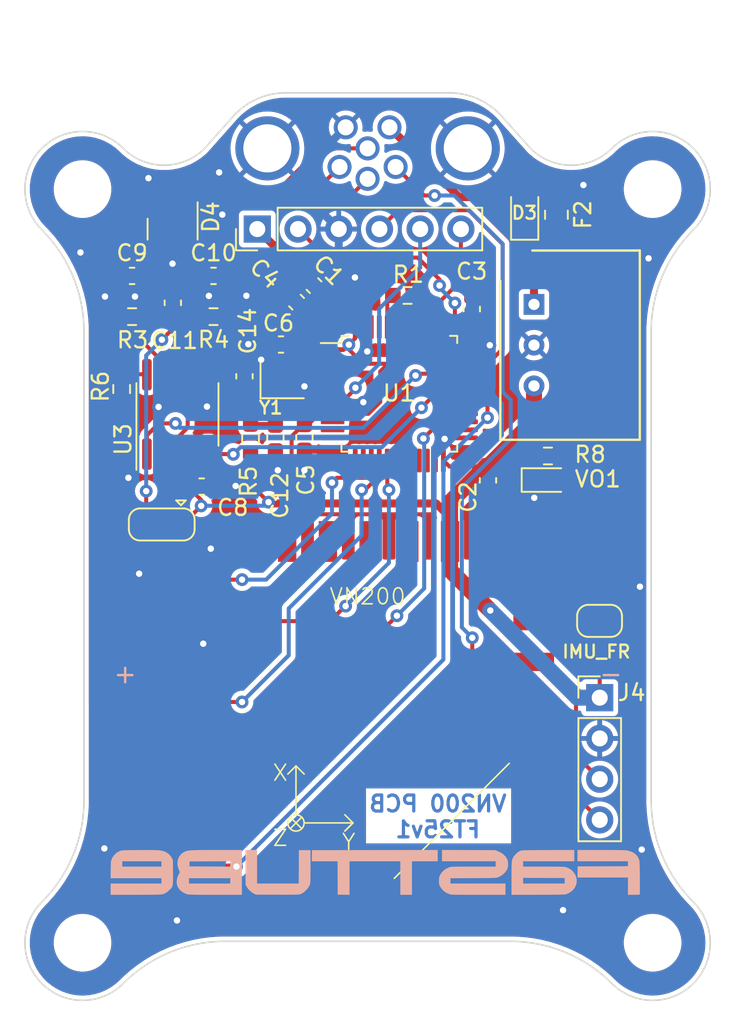
<source format=kicad_pcb>
(kicad_pcb
	(version 20240108)
	(generator "pcbnew")
	(generator_version "8.0")
	(general
		(thickness 1.6)
		(legacy_teardrops no)
	)
	(paper "A4")
	(layers
		(0 "F.Cu" signal)
		(31 "B.Cu" signal)
		(32 "B.Adhes" user "B.Adhesive")
		(33 "F.Adhes" user "F.Adhesive")
		(34 "B.Paste" user)
		(35 "F.Paste" user)
		(36 "B.SilkS" user "B.Silkscreen")
		(37 "F.SilkS" user "F.Silkscreen")
		(38 "B.Mask" user)
		(39 "F.Mask" user)
		(40 "Dwgs.User" user "User.Drawings")
		(41 "Cmts.User" user "User.Comments")
		(42 "Eco1.User" user "User.Eco1")
		(43 "Eco2.User" user "User.Eco2")
		(44 "Edge.Cuts" user)
		(45 "Margin" user)
		(46 "B.CrtYd" user "B.Courtyard")
		(47 "F.CrtYd" user "F.Courtyard")
		(48 "B.Fab" user)
		(49 "F.Fab" user)
		(50 "User.1" user)
		(51 "User.2" user)
		(52 "User.3" user)
		(53 "User.4" user)
		(54 "User.5" user)
		(55 "User.6" user)
		(56 "User.7" user)
		(57 "User.8" user)
		(58 "User.9" user)
	)
	(setup
		(stackup
			(layer "F.SilkS"
				(type "Top Silk Screen")
			)
			(layer "F.Paste"
				(type "Top Solder Paste")
			)
			(layer "F.Mask"
				(type "Top Solder Mask")
				(thickness 0.01)
			)
			(layer "F.Cu"
				(type "copper")
				(thickness 0.035)
			)
			(layer "dielectric 1"
				(type "core")
				(thickness 1.51)
				(material "FR4")
				(epsilon_r 4.5)
				(loss_tangent 0.02)
			)
			(layer "B.Cu"
				(type "copper")
				(thickness 0.035)
			)
			(layer "B.Mask"
				(type "Bottom Solder Mask")
				(thickness 0.01)
			)
			(layer "B.Paste"
				(type "Bottom Solder Paste")
			)
			(layer "B.SilkS"
				(type "Bottom Silk Screen")
			)
			(copper_finish "None")
			(dielectric_constraints no)
		)
		(pad_to_mask_clearance 0)
		(allow_soldermask_bridges_in_footprints no)
		(aux_axis_origin 142.24 63.5)
		(pcbplotparams
			(layerselection 0x00010fc_ffffffff)
			(plot_on_all_layers_selection 0x0000000_00000000)
			(disableapertmacros no)
			(usegerberextensions no)
			(usegerberattributes yes)
			(usegerberadvancedattributes yes)
			(creategerberjobfile no)
			(dashed_line_dash_ratio 12.000000)
			(dashed_line_gap_ratio 3.000000)
			(svgprecision 4)
			(plotframeref no)
			(viasonmask no)
			(mode 1)
			(useauxorigin yes)
			(hpglpennumber 1)
			(hpglpenspeed 20)
			(hpglpendiameter 15.000000)
			(pdf_front_fp_property_popups yes)
			(pdf_back_fp_property_popups yes)
			(dxfpolygonmode yes)
			(dxfimperialunits yes)
			(dxfusepcbnewfont yes)
			(psnegative no)
			(psa4output no)
			(plotreference yes)
			(plotvalue no)
			(plotfptext yes)
			(plotinvisibletext no)
			(sketchpadsonfab no)
			(subtractmaskfromsilk yes)
			(outputformat 1)
			(mirror no)
			(drillshape 0)
			(scaleselection 1)
			(outputdirectory "gerber/")
		)
	)
	(net 0 "")
	(net 1 "Net-(BT1-+)")
	(net 2 "GND")
	(net 3 "/CAN_H")
	(net 4 "/CAN_L")
	(net 5 "/Vref")
	(net 6 "/NRST")
	(net 7 "/SWCLK")
	(net 8 "/SWDIO")
	(net 9 "/SWO")
	(net 10 "Net-(JP1-A)")
	(net 11 "Net-(U1-BOOT0)")
	(net 12 "Net-(U3-Rs)")
	(net 13 "unconnected-(U1-PC13-Pad2)")
	(net 14 "unconnected-(U1-PC14-Pad3)")
	(net 15 "unconnected-(U1-PC15-Pad4)")
	(net 16 "Net-(U1-PF0)")
	(net 17 "Net-(U1-PF1)")
	(net 18 "unconnected-(U1-PA0-Pad10)")
	(net 19 "unconnected-(U1-PA1-Pad11)")
	(net 20 "unconnected-(U1-PA2-Pad12)")
	(net 21 "unconnected-(U1-PA3-Pad13)")
	(net 22 "unconnected-(U1-PA4-Pad14)")
	(net 23 "Net-(U1-PA5)")
	(net 24 "Net-(U1-PA6)")
	(net 25 "Net-(U1-PA7)")
	(net 26 "unconnected-(U1-PB0-Pad18)")
	(net 27 "unconnected-(U1-PB1-Pad19)")
	(net 28 "unconnected-(U1-PB2-Pad20)")
	(net 29 "unconnected-(U1-PB10-Pad21)")
	(net 30 "unconnected-(U1-PB11-Pad22)")
	(net 31 "unconnected-(U1-PB12-Pad25)")
	(net 32 "unconnected-(U1-PB13-Pad26)")
	(net 33 "unconnected-(U1-PB14-Pad27)")
	(net 34 "unconnected-(U1-PB15-Pad28)")
	(net 35 "unconnected-(U1-PA8-Pad29)")
	(net 36 "Net-(U1-PA9)")
	(net 37 "Net-(U1-PA10)")
	(net 38 "/CAN_RX")
	(net 39 "/CAN_TX")
	(net 40 "Net-(VO1-A)")
	(net 41 "unconnected-(U1-PB4-Pad40)")
	(net 42 "unconnected-(U1-PB5-Pad41)")
	(net 43 "unconnected-(U1-PB6-Pad42)")
	(net 44 "unconnected-(U1-PB7-Pad43)")
	(net 45 "unconnected-(U1-PB8-Pad45)")
	(net 46 "unconnected-(U1-PB9-Pad46)")
	(net 47 "/UART IN")
	(net 48 "/UART OUT")
	(net 49 "unconnected-(VN200-SYNC_OUT-Pad9)")
	(net 50 "unconnected-(VN200-ENABLE-Pad11)")
	(net 51 "unconnected-(VN200-TX1-Pad12)")
	(net 52 "unconnected-(VN200-RX2-Pad13)")
	(net 53 "/PPS")
	(net 54 "/SYNC")
	(net 55 "Net-(JP3-C)")
	(net 56 "Net-(D3-K)")
	(net 57 "Net-(U2-VIN)")
	(net 58 "+24V")
	(net 59 "unconnected-(U1-PA15-Pad38)")
	(net 60 "+3V3")
	(footprint "Connector_PinHeader_2.54mm:PinHeader_1x06_P2.54mm_Vertical" (layer "F.Cu") (at 153.139884 65.991173 90))
	(footprint "Capacitor_SMD:C_0603_1608Metric_Pad1.08x0.95mm_HandSolder" (layer "F.Cu") (at 154.27 79.02 -90))
	(footprint "Connector_PinHeader_2.54mm:PinHeader_1x04_P2.54mm_Vertical" (layer "F.Cu") (at 174.5 95.21))
	(footprint "Fuse:Fuse_0805_2012Metric" (layer "F.Cu") (at 171.8 65.1 -90))
	(footprint (layer "F.Cu") (at 143.14 99))
	(footprint "MountingHole:MountingHole_3.2mm_M3" (layer "F.Cu") (at 177.8 110.49))
	(footprint "Connector_Phoenix_SACC:DSI-M8MS_6CON_M8_L90" (layer "F.Cu") (at 160.02 60.96))
	(footprint "Capacitor_SMD:C_0603_1608Metric_Pad1.08x0.95mm_HandSolder" (layer "F.Cu") (at 166.52 70.98 90))
	(footprint "IMU:VN-200" (layer "F.Cu") (at 160.02 99.06))
	(footprint "MountingHole:MountingHole_3.2mm_M3" (layer "F.Cu") (at 142.24 63.5))
	(footprint "Capacitor_SMD:C_0603_1608Metric_Pad1.08x0.95mm_HandSolder" (layer "F.Cu") (at 149.67 82.049092))
	(footprint "Package_SO:SOIC-8_3.9x4.9mm_P1.27mm" (layer "F.Cu") (at 148.16 77.549092 90))
	(footprint "Capacitor_SMD:C_0603_1608Metric_Pad1.08x0.95mm_HandSolder" (layer "F.Cu") (at 147.87 70.59 90))
	(footprint "Jumper:SolderJumper-3_P1.3mm_Open_RoundedPad1.0x1.5mm" (layer "F.Cu") (at 147.18 84.41 180))
	(footprint "Capacitor_SMD:C_0603_1608Metric_Pad1.08x0.95mm_HandSolder" (layer "F.Cu") (at 167.53 81.66 -90))
	(footprint "Capacitor_SMD:C_0603_1608Metric_Pad1.08x0.95mm_HandSolder" (layer "F.Cu") (at 155.59 70.55 135))
	(footprint "Capacitor_SMD:C_0603_1608Metric_Pad1.08x0.95mm_HandSolder" (layer "F.Cu") (at 150.41 68.9125))
	(footprint "Capacitor_SMD:C_0603_1608Metric_Pad1.08x0.95mm_HandSolder" (layer "F.Cu") (at 156.68 69.52 135))
	(footprint "LED_SMD:LED_0603_1608Metric_Pad1.05x0.95mm_HandSolder" (layer "F.Cu") (at 171.2925 81.64))
	(footprint "Jumper:SolderJumper-2_P1.3mm_Open_RoundedPad1.0x1.5mm" (layer "F.Cu") (at 174.49 90.42))
	(footprint "MountingHole:MountingHole_3.2mm_M3" (layer "F.Cu") (at 177.8 63.5))
	(footprint "Package_QFP:LQFP-48_7x7mm_P0.5mm" (layer "F.Cu") (at 162 76.26))
	(footprint "Resistor_SMD:R_0603_1608Metric_Pad0.98x0.95mm_HandSolder" (layer "F.Cu") (at 162.510628 70.130622 180))
	(footprint "Capacitor_SMD:C_0603_1608Metric" (layer "F.Cu") (at 154.62 73.19))
	(footprint "Crystal:Crystal_SMD_2016-4Pin_2.0x1.6mm" (layer "F.Cu") (at 154.69 75.39))
	(footprint "Capacitor_SMD:C_0603_1608Metric_Pad1.08x0.95mm_HandSolder" (layer "F.Cu") (at 145.33 68.9125))
	(footprint "Diode_SMD:D_SOD-323" (layer "F.Cu") (at 169.82 65.0475 90))
	(footprint "Resistor_SMD:R_0603_1608Metric_Pad0.98x0.95mm_HandSolder" (layer "F.Cu") (at 152.72 79.06 90))
	(footprint "Capacitor_SMD:C_0603_1608Metric_Pad1.08x0.95mm_HandSolder" (layer "F.Cu") (at 156.08 78.98 -90))
	(footprint "Package_TO_SOT_SMD:SOT-23" (layer "F.Cu") (at 147.85654 65.998629 -90))
	(footprint "Resistor_SMD:R_0603_1608Metric_Pad0.98x0.95mm_HandSolder" (layer "F.Cu") (at 150.41 71.4525 180))
	(footprint "Resistor_SMD:R_0603_1608Metric_Pad0.98x0.95mm_HandSolder" (layer "F.Cu") (at 144.68 75.966592 90))
	(footprint "FaSTTUBe_Voltage_Regulators:MagI3C-FDSM-SIP-3" (layer "F.Cu") (at 172.882 73.23 -90))
	(footprint "Resistor_SMD:R_0603_1608Metric_Pad0.98x0.95mm_HandSolder" (layer "F.Cu") (at 145.33 71.4525 180))
	(footprint "Resistor_SMD:R_0603_1608Metric_Pad0.98x0.95mm_HandSolder" (layer "F.Cu") (at 171.27 80.14))
	(footprint "MountingHole:MountingHole_3.2mm_M3" (layer "F.Cu") (at 142.24 110.49))
	(footprint "Capacitor_SMD:C_0603_1608Metric" (layer "F.Cu") (at 152.34 75.17 90))
	(footprint "LOGO"
		(layer "B.Cu")
		(uuid "28083054-acf2-48da-aa86-bbc18c66292b")
		(at 160.5 106.07 180)
		(property "Reference" "G***"
			(at 0 0 0)
			(layer "B.SilkS")
			(hide yes)
			(uuid "ce9dc2c3-f6f7-4ece-a880-2d9e406b3fa6")
			(effects
				(font
					(size 1.5 1.5)
					(thickness 0.3)
				)
				(justify mirror)
			)
		)
		(property "Value" "LOGO"
			(at 0.75 0 0)
			(layer "B.SilkS")
			(hide yes)
			(uuid "d5f683b5-6ec4-4c97-a578-7908431613b8")
			(effects
				(font
					(size 1.5 1.5)
					(thickness 0.3)
				)
				(justify mirror)
			)
		)
		(property "Footprint" ""
			(at 0 0 0)
			(layer "F.Fab")
			(hide yes)
			(uuid "8bdf3c80-e812-494c-a24a-bd9936858707")
			(effects
				(font
					(size 1.27 1.27)
					(thickness 0.15)
				)
			)
		)
		(property "Datasheet" ""
			(at 0 0 0)
			(layer "F.Fab")
			(hide yes)
			(uuid "74ddb17c-8a7d-49f2-9428-f511d0fb7908")
			(effects
				(font
					(size 1.27 1.27)
					(thickness 0.15)
				)
			)
		)
		(property "Description" ""
			(at 0 0 0)
			(layer "F.Fab")
			(hide yes)
			(uuid "c9395cb6-ad11-4800-bcb4-a2e8c4730490")
			(effects
				(font
					(size 1.27 1.27)
					(thickness 0.15)
				)
			)
		)
		(attr board_only exclude_from_pos_files exclude_from_bom)
		(fp_poly
			(pts
				(xy 0.027513 1.359202) (xy 3.950867 1.353639) (xy 3.956929 1.006976) (xy 3.96299 0.660312) (xy 3.159267 0.660312)
				(xy 2.355544 0.660312) (xy 2.349826 -0.37968) (xy 2.344108 -1.419671) (xy 1.975434 -1.425706) (xy 1.60676 -1.43174)
				(xy 1.60676 -0.385714) (xy 1.60676 0.660312) (xy 0.022011 0.660312) (xy -1.562738 0.660312) (xy -1.562738 -0.385182)
				(xy -1.562738 -1.430676) (xy -1.925909 -1.430676) (xy -2.289081 -1.430676) (xy -2.289081 -0.385182)
				(xy -2.289081 0.660312) (xy -3.092461 0.660312) (xy -3.89584 0.660312) (xy -3.89584 1.012539) (xy -3.89584 1.364765)
			)
			(stroke
				(width 0)
				(type solid)
			)
			(fill solid)
			(layer "B.SilkS")
			(uuid "884763a6-8287-43c8-a27f-c91dedef9b36")
		)
		(fp_poly
			(pts
				(xy 8.095112 0.280632) (xy 8.088822 -0.80338) (xy 8.025256 -0.924197) (xy 7.946096 -1.043556) (xy 7.838611 -1.163023)
				(xy 7.71643 -1.269389) (xy 7.593185 -1.349442) (xy 7.579157 -1.356561) (xy 7.45052 -1.419671) (xy 6.118891 -1.423976)
				(xy 5.833391 -1.42474) (xy 5.588644 -1.425007) (xy 5.381383 -1.424716) (xy 5.208343 -1.423805) (xy 5.066257 -1.422214)
				(xy 4.951859 -1.419881) (xy 4.861885 -1.416745) (xy 4.793066 -1.412745) (xy 4.742138 -1.407821)
				(xy 4.705835 -1.40191) (xy 4.687529 -1.397201) (xy 4.553748 -1.336714) (xy 4.419041 -1.24243) (xy 4.292697 -1.123371)
				(xy 4.184003 -0.988561) (xy 4.102246 -0.847023) (xy 4.088571 -0.815317) (xy 4.077107 -0.785875)
				(xy 4.06758 -0.756798) (xy 4.059809 -0.723905) (xy 4.053614 -0.683013) (xy 4.048815 -0.629942) (xy 4.045231 -0.560509)
				(xy 4.042682 -0.470533) (xy 4.040987 -0.355832) (xy 4.039967 -0.212224) (xy 4.039441 -0.035527)
				(xy 4.039229 0.17844) (xy 4.039176 0.330156) (xy 4.038909 1.353639) (xy 4.40208 1.353639) (xy 4.765252 1.353639)
				(xy 4.77097 0.313648) (xy 4.776688 -0.726343) (xy 6.075086 -0.726343) (xy 7.373484 -0.726343) (xy 7.373484 0.319151)
				(xy 7.373484 1.364645) (xy 7.737443 1.364645) (xy 8.101402 1.364645)
			)
			(stroke
				(width 0)
				(type solid)
			)
			(fill solid)
			(layer "B.SilkS")
			(uuid "5742558e-5e69-4a3b-ab36-3be7354c490f")
		)
		(fp_poly
			(pts
				(xy -12.611958 1.012478) (xy -12.611958 0.660312) (xy -14.185701 0.660312) (xy -15.759445 0.660312)
				(xy -15.759445 0.506386) (xy -15.759445 0.352459) (xy -14.191204 0.34681) (xy -12.622963 0.341161)
				(xy -12.616902 -0.005503) (xy -12.61084 -0.352167) (xy -14.185143 -0.352167) (xy -15.759445 -0.352167)
				(xy -15.759445 -0.891421) (xy -15.759445 -1.430676) (xy -16.123307 -1.430676) (xy -16.26246 -1.430011)
				(xy -16.363388 -1.427692) (xy -16.431875 -1.423237) (xy -16.473701 -1.416163) (xy -16.494648 -1.405984)
				(xy -16.499232 -1.399241) (xy -16.501518 -1.371371) (xy -16.503285 -1.304018) (xy -16.504521 -1.201718)
				(xy -16.505211 -1.069007) (xy -16.50534 -0.91042) (xy -16.504894 -0.730493) (xy -16.503859 -0.53376)
				(xy -16.502527 -0.35925) (xy -16.500245 -0.116518) (xy -16.497877 0.086304) (xy -16.495254 0.253329)
				(xy -16.492208 0.388669) (xy -16.48857 0.496434) (xy -16.484172 0.580736) (xy -16.478845 0.645688)
				(xy -16.47242 0.6954) (xy -16.464729 0.733984) (xy -16.456514 0.762812) (xy -16.379227 0.932501)
				(xy -16.268069 1.074234) (xy -16.123373 1.18777) (xy -15.945468 1.272869) (xy -15.734685 1.329289)
				(xy -15.662474 1.340952) (xy -15.601264 1.346166) (xy -15.497969 1.350792) (xy -15.354523 1.354803)
				(xy -15.172858 1.358171) (xy -14.954907 1.360866) (xy -14.702602 1.362861) (xy -14.417878 1.364127)
				(xy -14.102665 1.364635) (xy -14.052046 1.364645) (xy -12.611958 1.364645)
			)
			(stroke
				(width 0)
				(type solid)
			)
			(fill solid)
			(layer "B.SilkS")
			(uuid "e5ed03c2-f386-48b7-8885-d395840cfdbf")
		)
		(fp_poly
			(pts
				(xy 10.183098 1.364467) (xy 10.46633 1.36385) (xy 10.711984 1.362663) (xy 10.92328 1.360776) (xy 11.103438 1.358061)
				(xy 11.25568 1.354388) (xy 11.383226 1.349628) (xy 11.489296 1.343651) (xy 11.577111 1.336328) (xy 11.649893 1.32753)
				(xy 11.71086 1.317127) (xy 11.763234 1.30499) (xy 11.810236 1.290989) (xy 11.825999 1.285629) (xy 11.986472 1.207396)
				(xy 12.123285 1.095959) (xy 12.230787 0.957402) (xy 12.303327 0.797808) (xy 12.314094 0.760237)
				(xy 12.341352 0.611229) (xy 12.342435 0.467263) (xy 12.316047 0.317389) (xy 12.260888 0.150657)
				(xy 12.234026 0.085075) (xy 12.190522 -0.016938) (xy 12.255761 -0.135029) (xy 12.33894 -0.321612)
				(xy 12.383582 -0.507621) (xy 12.38925 -0.687989) (xy 12.355512 -0.857649) (xy 12.324414 -0.935442)
				(xy 12.237081 -1.072267) (xy 12.115258 -1.195431) (xy 11.967921 -1.298258) (xy 11.804042 -1.374072)
				(xy 11.691941 -1.405909) (xy 11.647155 -1.411314) (xy 11.566363 -1.416023) (xy 11.44855 -1.420049)
				(xy 11.292702 -1.423406) (xy 11.097804 -1.42611) (xy 10.862842 -1.428174) (xy 10.586799 -1.429613)
				(xy 10.268662 -1.430441) (xy 9.947617 -1.430676) (xy 8.319931 -1.430676) (xy 8.319931 -0.396187)
				(xy 9.046274 -0.396187) (xy 9.046274 -0.561265) (xy 9.046274 -0.726343) (xy 10.333883 -0.726343)
				(xy 11.621491 -0.726343) (xy 11.621491 -0.561265) (xy 11.621491 -0.396187) (xy 10.333883 -0.396187)
				(xy 9.046274 -0.396187) (xy 8.319931 -0.396187) (xy 8.319931 -0.033016) (xy 8.319931 0.660669) (xy 9.046274 0.660669)
				(xy 9.046274 0.495234) (xy 9.046274 0.329798) (xy 10.317375 0.33548) (xy 11.588475 0.341161) (xy 11.588475 0.495234)
				(xy 11.588475 0.649307) (xy 10.317375 0.654988) (xy 9.046274 0.660669) (xy 8.319931 0.660669) (xy 8.319931 1.364645)
				(xy 9.859066 1.364645)
			)
			(stroke
				(width 0)
				(type solid)
			)
			(fill solid)
			(layer "B.SilkS")
			(uuid "7f0a1720-4e70-44f6-bde0-a3d6909caf6a")
		)
		(fp_poly
			(pts
				(xy -10.779592 1.359643) (xy -10.470987 1.358391) (xy -10.203264 1.357144) (xy -9.973289 1.355817)
				(xy -9.777922 1.354325) (xy -9.614028 1.352584) (xy -9.478468 1.350508) (xy -9.368107 1.348012)
				(xy -9.279806 1.345013) (xy -9.210428 1.341424) (xy -9.156837 1.337162) (xy -9.115896 1.332142)
				(xy -9.084466 1.326278) (xy -9.059411 1.319486) (xy -9.039989 1.312613) (xy -8.943578 1.261006)
				(xy -8.838692 1.181472) (xy -8.737632 1.084898) (xy -8.652697 0.982167) (xy -8.63214 0.95168) (xy -8.601965 0.903019)
				(xy -8.576613 0.857319) (xy -8.555664 0.810381) (xy -8.538697 0.758004) (xy -8.525295 0.695986)
				(xy -8.515036 0.620129) (xy -8.507502 0.52623) (xy -8.502273 0.41009) (xy -8.49893 0.267508) (xy -8.497052 0.094284)
				(xy -8.496221 -0.113784) (xy -8.496016 -0.360895) (xy -8.496013 -0.411187) (xy -8.496013 -1.430676)
				(xy -10.141291 -1.428708) (xy -10.471045 -1.428136) (xy -10.759259 -1.427233) (xy -11.008413 -1.425956)
				(xy -11.220987 -1.424262) (xy -11.399461 -1.42211) (xy -11.546315 -1.419456) (xy -11.664029 -1.416258)
				(xy -11.755082 -1.412473) (xy -11.821956 -1.40806) (xy -11.867129 -1.402975) (xy -11.887982 -1.398773)
				(xy -12.072084 -1.327099) (xy -12.234935 -1.221875) (xy -12.371232 -1.08816) (xy -12.475677 -0.931011)
				(xy -12.5362 -0.78023) (xy -12.545352 -0.726343) (xy -11.821435 -0.726343) (xy -10.521896 -0.726343)
				(xy -9.222357 -0.726343) (xy -9.222357 -0.550084) (xy -9.222357 -0.373825) (xy -10.515467 -0.379504)
				(xy -11.808578 -0.385182) (xy -11.815007 -0.555763) (xy -11.821435 -0.726343) (xy -12.545352 -0.726343)
				(xy -12.566607 -0.601198) (xy -12.556485 -0.423907) (xy -12.509184 -0.253625) (xy -12.428055 -0.095623)
				(xy -12.316448 0.044831) (xy -12.177712 0.162466) (xy -12.015198 0.252012) (xy -11.846013 0.305388)
				(xy -11.7936 0.31171) (xy -11.700072 0.317087) (xy -11.564973 0.321528) (xy -11.38785 0.325041)
				(xy -11.168246 0.327635) (xy -10.905709 0.329316) (xy -10.599782 0.330095) (xy -10.475866 0.330156)
				(xy -9.222357 0.330156) (xy -9.222357 0.495234) (xy -9.222357 0.660312) (xy -10.81811 0.660312)
				(xy -12.413864 0.660312) (xy -12.413864 1.013152) (xy -12.413864 1.365992)
			)
			(stroke
				(width 0)
				(type solid)
			)
			(fill solid)
			(layer "B.SilkS")
			(uuid "bbab021f-f57b-4205-a006-fc15e5ffa1d4")
		)
		(fp_poly
			(pts
				(xy 14.542146 1.360743) (xy 14.713952 1.359657) (xy 14.965023 1.357759) (xy 15.176003 1.355752)
				(xy 15.350821 1.353492) (xy 15.493406 1.35083) (xy 15.607687 1.34762) (xy 15.697594 1.343716) (xy 15.767056 1.338972)
				(xy 15.820002 1.333239) (xy 15.860362 1.326373) (xy 15.892064 1.318226) (xy 15.90089 1.315369) (xy 16.065529 1.23732)
				(xy 16.214674 1.123368) (xy 16.340626 0.980936) (xy 16.435686 0.817448) (xy 16.448447 0.787532)
				(xy 16.463418 0.7471) (xy 16.475032 0.704805) (xy 16.483832 0.65424) (xy 16.490358 0.588995) (xy 16.495152 0.502664)
				(xy 16.498753 0.388839) (xy 16.501705 0.241111) (xy 16.503329 0.137565) (xy 16.511238 -0.396187)
				(xy 14.92477 -0.396187) (xy 13.338302 -0.396187) (xy 13.338302 -0.561265) (xy 13.338302 -0.726343)
				(xy 14.923051 -0.726343) (xy 16.507799 -0.726343) (xy 16.507799 -1.07851) (xy 16.507799 -1.430676)
				(xy 14.928553 -1.429204) (xy 14.606997 -1.428723) (xy 14.326926 -1.427892) (xy 14.085805 -1.426666)
				(xy 13.881098 -1.424999) (xy 13.710271 -1.422848) (xy 13.570789 -1.420167) (xy 13.460118 -1.416912)
				(xy 13.375721 -1.413039) (xy 13.315064 -1.408501) (xy 13.275612 -1.403256) (xy 13.261266 -1.399814)
				(xy 13.115016 -1.340945) (xy 12.982205 -1.258539) (xy 12.849698 -1.144218) (xy 12.830024 -1.12479)
				(xy 12.775152 -1.069224) (xy 12.730216 -1.019713) (xy 12.694267 -0.971288) (xy 12.666354 -0.918983)
				(xy 12.645528 -0.85783) (xy 12.630838 -0.782862) (xy 12.621336 -0.689111) (xy 12.61607 -0.57161)
				(xy 12.61409 -0.425391) (xy 12.614448 -0.245487) (xy 12.616193 -0.026931) (xy 12.616365 -0.007526)
				(xy 12.622282 0.660312) (xy 13.338302 0.660312) (xy 13.338302 0.495234) (xy 13.338302 0.330156)
				(xy 14.559879 0.330156) (xy 15.781456 0.330156) (xy 15.781456 0.495234) (xy 15.781456 0.660312)
				(xy 14.559879 0.660312)
... [303314 chars truncated]
</source>
